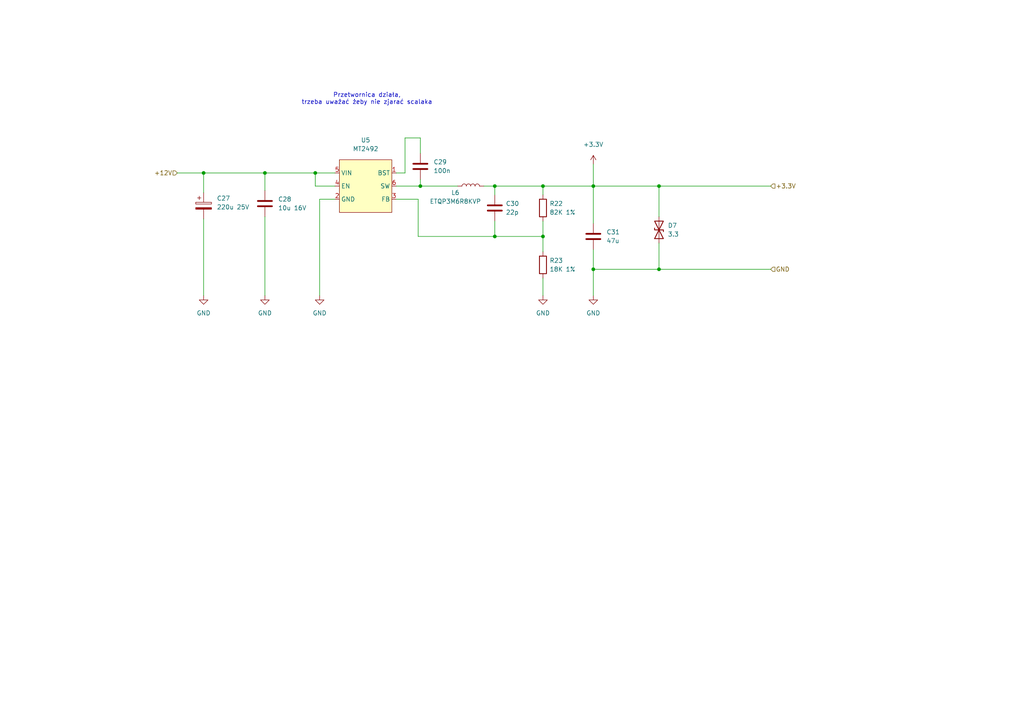
<source format=kicad_sch>
(kicad_sch (version 20231120) (generator "eeschema") (generator_version "8.0")
  (paper "A4")
  (lib_symbols
    (symbol "Device:C" (pin_numbers hide) (pin_names (offset 0.254))
      (property "Reference" "C" (at 0.635 2.54 0))
      (property "Value" "C" (at 0.635 -2.54 0))
      (symbol "C_0_1"
        (polyline (pts (xy -2.032 -0.762) (xy 2.032 -0.762)) (stroke (width 0.508)))
        (polyline (pts (xy -2.032 0.762) (xy 2.032 0.762)) (stroke (width 0.508)))
      )
      (symbol "C_1_1"
        (pin passive line (at 0 3.81 270) (length 2.794) (name "~") (number "1"))
        (pin passive line (at 0 -3.81 90) (length 2.794) (name "~") (number "2"))
      )
    )
    (symbol "Device:C_Polarized" (pin_numbers hide) (pin_names (offset 0.254))
      (property "Reference" "C" (at 0.635 2.54 0))
      (property "Value" "C_Polarized" (at 0.635 -2.54 0))
      (symbol "C_Polarized_0_1"
        (rectangle (start -2.286 0.508) (end 2.286 1.016))
        (polyline (pts (xy -1.778 2.286) (xy -0.762 2.286)))
        (polyline (pts (xy -1.27 2.794) (xy -1.27 1.778)))
        (rectangle (start 2.286 -0.508) (end -2.286 -1.016) (fill (type outline)))
      )
      (symbol "C_Polarized_1_1"
        (pin passive line (at 0 3.81 270) (length 2.794) (name "~") (number "1"))
        (pin passive line (at 0 -3.81 90) (length 2.794) (name "~") (number "2"))
      )
    )
    (symbol "Device:D_TVS" (pin_numbers hide) (pin_names (offset 1.016) hide)
      (property "Reference" "D" (at 0 2.54 0))
      (property "Value" "D_TVS" (at 0 -2.54 0))
      (symbol "D_TVS_0_1"
        (polyline (pts (xy 1.27 0) (xy -1.27 0)))
        (polyline (pts (xy 0.508 1.27) (xy 0 1.27) (xy 0 -1.27) (xy -0.508 -1.27)) (stroke (width 0.254)))
        (polyline (pts (xy -2.54 1.27) (xy -2.54 -1.27) (xy 2.54 1.27) (xy 2.54 -1.27) (xy -2.54 1.27)) (stroke (width 0.254)))
      )
      (symbol "D_TVS_1_1"
        (pin passive line (at -3.81 0 0) (length 2.54) (name "A1") (number "1"))
        (pin passive line (at 3.81 0 180) (length 2.54) (name "A2") (number "2"))
      )
    )
    (symbol "Device:L" (pin_numbers hide) (pin_names (offset 1.016) hide)
      (property "Reference" "L" (at -1.27 0 90))
      (property "Value" "L" (at 1.905 0 90))
      (symbol "L_0_1"
        (arc (start 0 -2.54) (mid 0.6323 -1.905) (end 0 -1.27))
        (arc (start 0 -1.27) (mid 0.6323 -0.635) (end 0 0))
        (arc (start 0 0) (mid 0.6323 0.635) (end 0 1.27))
        (arc (start 0 1.27) (mid 0.6323 1.905) (end 0 2.54))
      )
      (symbol "L_1_1"
        (pin passive line (at 0 3.81 270) (length 1.27) (name "1") (number "1"))
        (pin passive line (at 0 -3.81 90) (length 1.27) (name "2") (number "2"))
      )
    )
    (symbol "Device:R" (pin_numbers hide) (pin_names (offset 0))
      (property "Reference" "R" (at 2.032 0 90))
      (property "Value" "R" (at 0 0 90))
      (symbol "R_0_1"
        (rectangle (start -1.016 -2.54) (end 1.016 2.54) (stroke (width 0.254)))
      )
      (symbol "R_1_1"
        (pin passive line (at 0 3.81 270) (length 1.27) (name "~") (number "1"))
        (pin passive line (at 0 -3.81 90) (length 1.27) (name "~") (number "2"))
      )
    )
    (symbol "MT2492:MT2492"
      (property "Reference" "U" (at 0 -12.7 0))
      (property "Value" "MT2492" (at 0 -15.24 0))
      (symbol "MT2492_0_1"
        (rectangle (start -7.62 5.08) (end 7.62 -10.16) (fill (type background)))
      )
      (symbol "MT2492_1_1"
        (pin unspecified line (at 8.89 1.27 180) (length 1.27) (name "BST") (number "1"))
        (pin unspecified line (at -8.89 -6.35 0) (length 1.27) (name "GND") (number "2"))
        (pin unspecified line (at 8.89 -6.35 180) (length 1.27) (name "FB") (number "3"))
        (pin input line (at -8.89 -2.54 0) (length 1.27) (name "EN") (number "4"))
        (pin power_in line (at -8.89 1.27 0) (length 1.27) (name "VIN") (number "5"))
        (pin unspecified line (at 8.89 -2.54 180) (length 1.27) (name "SW") (number "6"))
      )
    )
    (symbol "power:+3.3V" (power) (pin_names (offset 0))
      (property "Value" "+3.3V" (at 0 3.556 0))
      (symbol "+3.3V_0_1"
        (polyline (pts (xy -0.762 1.27) (xy 0 2.54)))
        (polyline (pts (xy 0 0) (xy 0 2.54)))
        (polyline (pts (xy 0 2.54) (xy 0.762 1.27)))
      )
      (symbol "+3.3V_1_1"
        (pin power_in line (at 0 0 90) (length 0) hide (name "+3.3V") (number "1"))
      )
    )
    (symbol "power:GND" (power) (pin_names (offset 0))
      (property "Value" "GND" (at 0 -3.81 0))
      (symbol "GND_0_1"
        (polyline (pts (xy 0 0) (xy 0 -1.27) (xy 1.27 -1.27) (xy 0 -2.54) (xy -1.27 -1.27) (xy 0 -1.27)))
      )
      (symbol "GND_1_1"
        (pin power_in line (at 0 0 270) (length 0) hide (name "GND") (number "1"))
      )
    )
  )
  (junction (at 157.48 68.58))
  (junction (at 157.48 53.975))
  (junction (at 143.51 53.975))
  (junction (at 59.055 50.165))
  (junction (at 191.135 53.975))
  (junction (at 76.835 50.165))
  (junction (at 143.51 68.58))
  (junction (at 172.085 78.105))
  (junction (at 191.135 78.105))
  (junction (at 91.44 50.165))
  (junction (at 121.92 53.975))
  (junction (at 172.085 53.975))
  (wire (pts (xy 157.48 80.645) (xy 157.48 85.725)))
  (wire (pts (xy 91.44 53.975) (xy 91.44 50.165)))
  (wire (pts (xy 76.835 55.245) (xy 76.835 50.165)))
  (wire (pts (xy 121.92 40.005) (xy 121.92 44.45)))
  (wire (pts (xy 97.155 53.975) (xy 91.44 53.975)))
  (wire (pts (xy 140.335 53.975) (xy 143.51 53.975)))
  (wire (pts (xy 191.135 70.485) (xy 191.135 78.105)))
  (wire (pts (xy 92.71 57.785) (xy 92.71 85.725)))
  (wire (pts (xy 172.085 47.625) (xy 172.085 53.975)))
  (wire (pts (xy 76.835 62.865) (xy 76.835 85.725)))
  (wire (pts (xy 121.285 68.58) (xy 143.51 68.58)))
  (wire (pts (xy 157.48 53.975) (xy 157.48 56.515)))
  (wire (pts (xy 92.71 57.785) (xy 97.155 57.785)))
  (wire (pts (xy 157.48 68.58) (xy 157.48 73.025)))
  (wire (pts (xy 121.92 53.975) (xy 132.715 53.975)))
  (wire (pts (xy 114.935 57.785) (xy 121.285 57.785)))
  (wire (pts (xy 143.51 53.975) (xy 157.48 53.975)))
  (wire (pts (xy 223.52 78.105) (xy 191.135 78.105)))
  (wire (pts (xy 76.835 50.165) (xy 91.44 50.165)))
  (wire (pts (xy 117.475 50.165) (xy 117.475 40.005)))
  (wire (pts (xy 121.92 53.975) (xy 121.92 52.07)))
  (wire (pts (xy 51.435 50.165) (xy 59.055 50.165)))
  (wire (pts (xy 143.51 68.58) (xy 157.48 68.58)))
  (wire (pts (xy 172.085 64.77) (xy 172.085 53.975)))
  (wire (pts (xy 157.48 64.135) (xy 157.48 68.58)))
  (wire (pts (xy 114.935 50.165) (xy 117.475 50.165)))
  (wire (pts (xy 117.475 40.005) (xy 121.92 40.005)))
  (wire (pts (xy 114.935 53.975) (xy 121.92 53.975)))
  (wire (pts (xy 91.44 50.165) (xy 97.155 50.165)))
  (wire (pts (xy 59.055 50.165) (xy 76.835 50.165)))
  (wire (pts (xy 191.135 53.975) (xy 223.52 53.975)))
  (wire (pts (xy 143.51 53.975) (xy 143.51 56.515)))
  (wire (pts (xy 59.055 55.88) (xy 59.055 50.165)))
  (wire (pts (xy 59.055 63.5) (xy 59.055 85.725)))
  (wire (pts (xy 191.135 78.105) (xy 172.085 78.105)))
  (wire (pts (xy 121.285 57.785) (xy 121.285 68.58)))
  (wire (pts (xy 143.51 68.58) (xy 143.51 64.135)))
  (wire (pts (xy 191.135 53.975) (xy 191.135 62.865)))
  (wire (pts (xy 172.085 53.975) (xy 191.135 53.975)))
  (wire (pts (xy 172.085 78.105) (xy 172.085 85.725)))
  (wire (pts (xy 172.085 53.975) (xy 157.48 53.975)))
  (wire (pts (xy 172.085 72.39) (xy 172.085 78.105)))
  (text "Przetwornica działa,\ntrzeba uważać żeby nie zjarać scalaka" (at 106.426 28.702 0) (effects (font (size 1.27 1.27))))
  (hierarchical_label "GND" (shape input) (at 223.52 78.105 0))
  (hierarchical_label "+3.3V" (shape input) (at 223.52 53.975 0))
  (hierarchical_label "+12V" (shape input) (at 51.435 50.165 180))
  (symbol (lib_id "power:GND") (at 172.085 85.725 0) (unit 1)
    (property "Reference" "#PWR042" (effects (hide yes)))
    (property "Value" "GND" (at 172.085 90.805 0))
  )
  (symbol (lib_id "power:+3.3V") (at 172.085 47.625 0) (unit 1)
    (property "Reference" "#PWR041" (effects (hide yes)))
    (property "Value" "+3.3V" (at 172.085 41.91 0))
  )
  (symbol (lib_id "power:GND") (at 59.055 85.725 0) (unit 1)
    (property "Reference" "#PWR037" (effects (hide yes)))
    (property "Value" "GND" (at 59.055 90.805 0))
  )
  (symbol (lib_id "Device:D_TVS") (at 191.135 66.675 90) (unit 1)
    (property "Reference" "D7" (at 193.675 65.4049 90) (effects (justify right)))
    (property "Value" "3.3" (at 193.675 67.9449 90) (effects (justify right)))
    (property "Footprint" "Diode_SMD:D_SMA-SMB_Universal_Handsoldering" (effects (hide yes)))
  )
  (symbol (lib_id "Device:C") (at 172.085 68.58 0) (unit 1)
    (property "Reference" "C31" (at 175.895 67.3099 0) (effects (justify left)))
    (property "Value" "47u" (at 175.895 69.8499 0) (effects (justify left)))
    (property "Footprint" "Capacitor_SMD:C_0603_1608Metric_Pad1.08x0.95mm_HandSolder" (effects (hide yes)))
    (property "LCSC" "C140782" (effects (hide yes)))
  )
  (symbol (lib_id "MT2492:MT2492") (at 106.045 51.435 0) (unit 1)
    (property "Reference" "U5" (at 106.045 40.64 0))
    (property "Value" "MT2492" (at 106.045 43.18 0))
    (property "Footprint" "Package_TO_SOT_SMD:SOT-23-6" (effects (hide yes)))
    (property "LCSC" "C89358" (effects (hide yes)))
  )
  (symbol (lib_id "Device:C") (at 121.92 48.26 0) (unit 1)
    (property "Reference" "C29" (at 125.73 46.9899 0) (effects (justify left)))
    (property "Value" "100n" (at 125.73 49.5299 0) (effects (justify left)))
    (property "Footprint" "Capacitor_SMD:C_0603_1608Metric_Pad1.08x0.95mm_HandSolder" (effects (hide yes)))
    (property "LCSC" "C282519" (effects (hide yes)))
  )
  (symbol (lib_id "Device:R") (at 157.48 60.325 0) (unit 1)
    (property "Reference" "R22" (at 159.385 59.0549 0) (effects (justify left)))
    (property "Value" "82K 1%" (at 159.385 61.5949 0) (effects (justify left)))
    (property "Footprint" "Resistor_SMD:R_0603_1608Metric_Pad0.98x0.95mm_HandSolder" (effects (hide yes)))
    (property "LCSC" "C5140983" (effects (hide yes)))
  )
  (symbol (lib_id "power:GND") (at 92.71 85.725 0) (unit 1)
    (property "Reference" "#PWR039" (effects (hide yes)))
    (property "Value" "GND" (at 92.71 90.805 0))
  )
  (symbol (lib_id "power:GND") (at 76.835 85.725 0) (unit 1)
    (property "Reference" "#PWR038" (effects (hide yes)))
    (property "Value" "GND" (at 76.835 90.805 0))
  )
  (symbol (lib_id "power:GND") (at 157.48 85.725 0) (unit 1)
    (property "Reference" "#PWR040" (effects (hide yes)))
    (property "Value" "GND" (at 157.48 90.805 0))
  )
  (symbol (lib_id "Device:L") (at 136.525 53.975 90) (unit 1)
    (property "Reference" "L6" (at 132.08 55.88 90))
    (property "Value" "ETQP3M6R8KVP" (at 132.08 58.42 90))
    (property "Footprint" "panasonic_coil:IND_PCC-M0530M-LP_PAN" (effects (hide yes)))
    (property "Datasheet" "https://www.lcsc.com/datasheet/lcsc_datasheet_1912111437_PANASONIC-ETQP3M6R8KVP_C412311.pdf" (effects (hide yes)))
    (property "LCSC" "C412311" (effects (hide yes)))
  )
  (symbol (lib_id "Device:C_Polarized") (at 59.055 59.69 0) (unit 1)
    (property "Reference" "C27" (at 62.865 57.5309 0) (effects (justify left)))
    (property "Value" "220u 25V" (at 62.865 60.0709 0) (effects (justify left)))
    (property "Footprint" "Capacitor_SMD:CP_Elec_6.3x7.7" (effects (hide yes)))
    (property "LCSC" "C4747974" (effects (hide yes)))
  )
  (symbol (lib_id "Device:C") (at 76.835 59.055 0) (unit 1)
    (property "Reference" "C28" (at 80.645 57.7849 0) (effects (justify left)))
    (property "Value" "10u 16V" (at 80.645 60.3249 0) (effects (justify left)))
    (property "Footprint" "Capacitor_SMD:C_0603_1608Metric_Pad1.08x0.95mm_HandSolder" (effects (hide yes)))
    (property "LCSC" "C92487" (effects (hide yes)))
  )
  (symbol (lib_id "Device:R") (at 157.48 76.835 0) (unit 1)
    (property "Reference" "R23" (at 159.385 75.5649 0) (effects (justify left)))
    (property "Value" "18K 1%" (at 159.385 78.1049 0) (effects (justify left)))
    (property "Footprint" "Resistor_SMD:R_0603_1608Metric_Pad0.98x0.95mm_HandSolder" (effects (hide yes)))
    (property "LCSC" "C2907001" (effects (hide yes)))
  )
  (symbol (lib_id "Device:C") (at 143.51 60.325 0) (unit 1)
    (property "Reference" "C30" (at 146.685 59.0549 0) (effects (justify left)))
    (property "Value" "22p" (at 146.685 61.5949 0) (effects (justify left)))
    (property "Footprint" "Capacitor_SMD:C_0603_1608Metric_Pad1.08x0.95mm_HandSolder" (effects (hide yes)))
    (property "LCSC" "C376775" (effects (hide yes)))
  )
)
</source>
